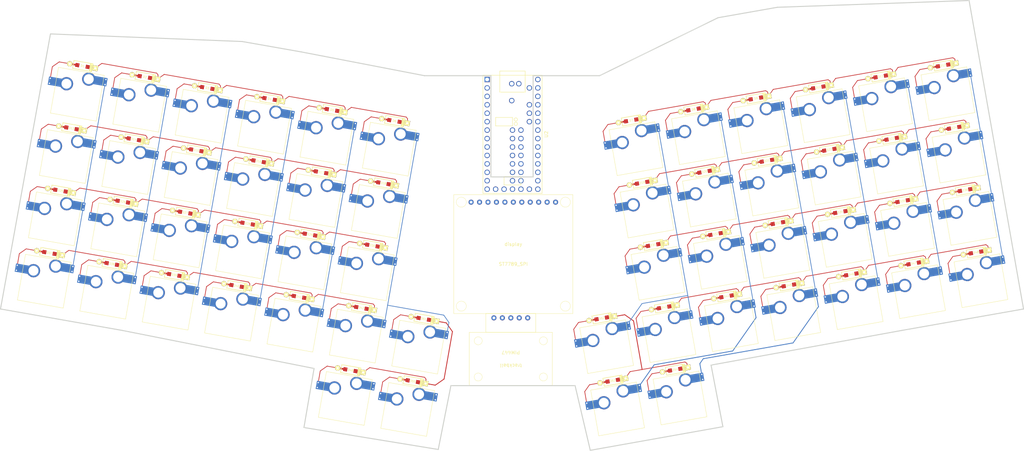
<source format=kicad_pcb>
(kicad_pcb (version 20211014) (generator pcbnew)
  (layers (0 "F.Cu" signal) (31 "B.Cu" signal) (34 "B.Paste" user) (35 "F.Paste" user) (36 "B.SilkS" user "B.Silkscreen") (37 "F.SilkS" user "F.Silkscreen") (38 "B.Mask" user) (39 "F.Mask" user) (44 "Edge.Cuts" user))
  (net 0 "")
  (net 1 "LCD CS")
  (net 2 "Net-(D41-Pad2)")
  (net 3 "SDA")
  (net 4 "SCL")
  (net 5 "VCC")
  (net 6 "LCD DC")
  (net 7 "LCD RST")
  (net 8 "Col1")
  (net 9 "Net-(D5-Pad2)")
  (net 10 "Col2")
  (net 11 "Row1")
  (net 12 "Row2")
  (net 13 "LCD LITE")
  (net 14 "GND")
  (net 15 "Net-(D1-Pad2)")
  (net 16 "Net-(D2-Pad2)")
  (net 17 "Net-(D3-Pad2)")
  (net 18 "Net-(D4-Pad2)")
  (net 19 "Row3")
  (net 20 "Net-(D6-Pad2)")
  (net 21 "Row4")
  (net 22 "Net-(D7-Pad2)")
  (net 23 "Net-(D8-Pad2)")
  (net 24 "Net-(D9-Pad2)")
  (net 25 "Net-(D10-Pad2)")
  (net 26 "Net-(D11-Pad2)")
  (net 27 "Net-(D12-Pad2)")
  (net 28 "Net-(D13-Pad2)")
  (net 29 "Net-(D14-Pad2)")
  (net 30 "Net-(D15-Pad2)")
  (net 31 "Net-(D16-Pad2)")
  (net 32 "Net-(D17-Pad2)")
  (net 33 "Net-(D18-Pad2)")
  (net 34 "Net-(D19-Pad2)")
  (net 35 "Net-(D20-Pad2)")
  (net 36 "Net-(D21-Pad2)")
  (net 37 "Net-(D22-Pad2)")
  (net 38 "Net-(D23-Pad2)")
  (net 39 "Net-(D24-Pad2)")
  (net 40 "Net-(D25-Pad2)")
  (net 41 "Net-(D26-Pad2)")
  (net 42 "Net-(D27-Pad2)")
  (net 43 "Net-(D28-Pad2)")
  (net 44 "Net-(D29-Pad2)")
  (net 45 "Net-(D30-Pad2)")
  (net 46 "Net-(D31-Pad2)")
  (net 47 "Net-(D32-Pad2)")
  (net 48 "Net-(D33-Pad2)")
  (net 49 "Net-(D34-Pad2)")
  (net 50 "Net-(D35-Pad2)")
  (net 51 "Net-(D36-Pad2)")
  (net 52 "Net-(D37-Pad2)")
  (net 53 "Net-(D38-Pad2)")
  (net 54 "Net-(D39-Pad2)")
  (net 55 "Net-(D40-Pad2)")
  (net 56 "Col3")
  (net 57 "Col4")
  (net 58 "Col5")
  (net 59 "Net-(D45-Pad2)")
  (net 60 "Col7")
  (net 61 "Col8")
  (net 62 "Col9")
  (net 63 "Col10")
  (net 64 "Net-(D42-Pad2)")
  (net 65 "Net-(D43-Pad2)")
  (net 66 "Net-(D44-Pad2)")
  (net 67 "Col11")
  (net 68 "Net-(D46-Pad2)")
  (net 69 "Net-(D47-Pad2)")
  (net 70 "Net-(D48-Pad2)")
  (net 71 "Col12")
  (footprint "my_lib:D_SOD123_axial" (layer "F.Cu") (at -325.903577 -31.234906 170)
    (fp_text reference "D1")
    (fp_text value "D" hide)
  )
  (footprint "my_lib:D_SOD123_axial" (layer "F.Cu") (at -272.929812 -2.550325 170)
    (fp_text reference "D16")
    (fp_text value "D" hide)
  )
  (footprint "my_lib:MX-1U-Hotswap-Antishear" (layer "F.Cu") (at -96.514924 21.238723 10)
    (fp_text reference "K34")
    (fp_text value "KEYSW")
  )
  (footprint "my_lib:MX-1U-Hotswap-Antishear" (layer "F.Cu") (at -315.258611 18.099067 -10)
    (fp_text reference "K26")
    (fp_text value "KEYSW")
  )
  (footprint "my_lib:MX-1U-Hotswap-Antishear" (layer "F.Cu") (at -318.566608 36.859654 -10)
    (fp_text reference "K38")
    (fp_text value "KEYSW")
  )
  (footprint "my_lib:D_SOD123_axial" (layer "F.Cu") (at -123.391133 -21.479254 -170)
    (fp_text reference "D9")
    (fp_text value "D" hide)
  )
  (footprint "my_lib:D_SOD123_axial" (layer "F.Cu") (at -279.545807 34.97085 170)
    (fp_text reference "D40")
    (fp_text value "D" hide)
  )
  (footprint "my_lib:MX-1U-Hotswap-Antishear" (layer "F.Cu") (at -103.13092 -16.282452 10)
    (fp_text reference "K10")
    (fp_text value "KEYSW")
  )
  (footprint "my_lib:D_SOD123_axial" (layer "F.Cu") (at -291.690399 -5.858323 170)
    (fp_text reference "D15")
    (fp_text value "D" hide)
  )
  (footprint "my_lib:MX-1U-Hotswap-Antishear" (layer "F.Cu") (at -293.190025 2.646477 -10)
    (fp_text reference "K15")
    (fp_text value "KEYSW")
  )
  (footprint "my_lib:D_SOD123_axial" (layer "F.Cu") (at -307.142989 -27.926909 170)
    (fp_text reference "D2")
    (fp_text value "D" hide)
  )
  (footprint "my_lib:MX-1U-Hotswap-Antishear" (layer "F.Cu") (at -77.754336 17.930726 10)
    (fp_text reference "K35")
    (fp_text value "KEYSW")
  )
  (footprint "my_lib:D_SOD123_axial" (layer "F.Cu") (at -138.843723 0.589331 -170)
    (fp_text reference "D20")
    (fp_text value "D" hide)
  )
  (footprint "my_lib:D_SOD123_axial" (layer "F.Cu") (at -135.535725 19.349919 -170)
    (fp_text reference "D32")
    (fp_text value "D" hide)
  )
  (footprint "my_lib:PIM447" (layer "F.Cu") (at -197.104 56.9395 180)
    (fp_text reference "U1" hide)
    (fp_text value "PIM447")
  )
  (footprint "my_lib:D_SOD123_axial" (layer "F.Cu") (at -250.861226 -18.002915 170)
    (fp_text reference "D5")
    (fp_text value "D" hide)
  )
  (footprint "my_lib:D_SOD123_axial" (layer "F.Cu") (at -317.066983 28.354855 170)
    (fp_text reference "D38")
    (fp_text value "D" hide)
  )
  (footprint "my_lib:MX-1U-Hotswap-Antishear" (layer "F.Cu") (at -111.967514 43.307309 10)
    (fp_text reference "K45")
    (fp_text value "KEYSW")
  )
  (footprint "my_lib:D_SOD123_axial" (layer "F.Cu") (at -329.211575 -12.474319 170)
    (fp_text reference "D13")
    (fp_text value "D" hide)
  )
  (footprint "my_lib:MX-1U-Hotswap-Antishear" (layer "F.Cu") (at -327.403203 -22.730107 -10)
    (fp_text reference "K1")
    (fp_text value "KEYSW")
  )
  (footprint "my_lib:MX-1U-Hotswap-Antishear" (layer "F.Cu") (at -168.249277 53.231302 10)
    (fp_text reference "K52")
    (fp_text value "KEYSW")
  )
  (footprint "my_lib:MX-1U-Hotswap-Antishear" (layer "F.Cu") (at -146.180692 68.683892 10)
    (fp_text reference "K54")
    (fp_text value "KEYSW")
  )
  (footprint "my_lib:D_SOD123_axial" (layer "F.Cu") (at -260.78522 38.278848 170)
    (fp_text reference "D41")
    (fp_text value "D" hide)
  )
  (footprint "my_lib:MX-1U-Hotswap-Antishear" (layer "F.Cu") (at -149.488689 49.923304 10)
    (fp_text reference "K43")
    (fp_text value "KEYSW")
  )
  (footprint "my_lib:MX-1U-Hotswap-Antishear" (layer "F.Cu") (at -152.796687 31.162717 10)
    (fp_text reference "K31")
    (fp_text value "KEYSW")
  )
  (footprint "my_lib:D_SOD123_axial" (layer "F.Cu") (at -276.23781 16.210262 170)
    (fp_text reference "D28")
    (fp_text value "D" hide)
  )
  (footprint "my_lib:MX-1U-Hotswap-Antishear" (layer "F.Cu") (at -337.327196 33.551656 -10)
    (fp_text reference "K37")
    (fp_text value "KEYSW")
  )
  (footprint "my_lib:MX-1U-Hotswap-Antishear" (layer "F.Cu") (at -93.206926 39.999311 10)
    (fp_text reference "K46")
    (fp_text value "KEYSW")
  )
  (footprint "my_lib:MX-1U-Hotswap-Antishear" (layer "F.Cu") (at -281.045433 43.47565 -10)
    (fp_text reference "K40")
    (fp_text value "KEYSW")
  )
  (footprint "my_lib:D_SOD123_axial" (layer "F.Cu") (at -335.82757 25.046857 170)
    (fp_text reference "D37")
    (fp_text value "D" hide)
  )
  (footprint "my_lib:MX-1U-Hotswap-Antishear" (layer "F.Cu") (at -137.344097 9.094131 10)
    (fp_text reference "K20")
    (fp_text value "KEYSW")
  )
  (footprint "my_lib:D_SOD123_axial" (layer "F.Cu") (at -60.493374 6.117928 -170)
    (fp_text reference "D36")
    (fp_text value "D" hide)
  )
  (footprint "my_lib:D_SOD123_axial" (layer "F.Cu") (at -94.706552 31.494511 -170)
    (fp_text reference "D46")
    (fp_text value "D" hide)
  )
  (footprint "my_lib:D_SOD123_axial" (layer "F.Cu") (at -113.46714 34.802509 -170)
    (fp_text reference "D45")
    (fp_text value "D" hide)
  )
  (footprint "my_lib:MX-1U-Hotswap-Antishear" (layer "F.Cu") (at -134.036099 27.854719 10)
    (fp_text reference "K32")
    (fp_text value "KEYSW")
  )
  (footprint "my_lib:D_SOD123_axial" (layer "F.Cu") (at -120.083135 -2.718666 -170)
    (fp_text reference "D21")
    (fp_text value "D" hide)
  )
  (footprint "my_lib:D_SOD123_axial" (layer "F.Cu") (at -254.169224 0.757672 170)
    (fp_text reference "D17")
    (fp_text value "D" hide)
  )
  (footprint "my_lib:MX-1U-Hotswap-Antishear" (layer "F.Cu") (at -118.58351 5.786133 10)
    (fp_text reference "K21")
    (fp_text value "KEYSW")
  )
  (footprint "my_lib:D_SOD123_axial" (layer "F.Cu") (at -82.56196 -9.334662 -170)
    (fp_text reference "D23")
    (fp_text value "D" hide)
  )
  (footprint "my_lib:D_SOD123_axial" (layer "F.Cu") (at -169.748903 44.726502 -170)
    (fp_text reference "D52")
    (fp_text value "D" hide)
  )
  (footprint "my_lib:MX-1U-Hotswap-Antishear" (layer "F.Cu") (at -262.284845 46.783648 -10)
    (fp_text reference "K41")
    (fp_text value "KEYSW")
  )
  (footprint "my_lib:D_SOD123_axial" (layer "F.Cu") (at -238.716634 22.826258 170)
    (fp_text reference "D30")
    (fp_text value "D" hide)
  )
  (footprint "my_lib:D_SOD123_axial" (layer "F.Cu") (at -269.621814 -21.310913 170)
    (fp_text reference "D4")
    (fp_text value "D" hide)
  )
  (footprint "my_lib:D_SOD123_axial" (layer "F.Cu") (at -101.322548 -6.026664 -170)
    (fp_text reference "D22")
    (fp_text value "D" hide)
  )
  (footprint "my_lib:MX-1U-Hotswap-Antishear" (layer "F.Cu") (at -236.908262 12.57047 -10)
    (fp_text reference "K18")
    (fp_text value "KEYSW")
  )
  (footprint "my_lib:D_SOD123_axial" (layer "F.Cu") (at -157.604311 3.897329 -170)
    (fp_text reference "D19")
    (fp_text value "D" hide)
  )
  (footprint "my_lib:D_SOD123_axial" (layer "F.Cu") (at -63.801372 -12.64266 -170)
    (fp_text reference "D24")
    (fp_text value "D" hide)
  )
  (footprint "my_lib:D_SOD123_axial" (layer "F.Cu") (at -242.024632 41.586846 170)
    (fp_text reference "D42")
    (fp_text value "D" hide)
  )
  (footprint "my_lib:D_SOD123_axial" (layer "F.Cu") (at -288.382402 -24.618911 170)
    (fp_text reference "D3")
    (fp_text value "D" hide)
  )
  (footprint "my_lib:D_SOD123_axial" (layer "F.Cu") (at -160.912308 -14.863258 -170)
    (fp_text reference "D7")
    (fp_text value "D" hide)
  )
  (footprint "my_lib:D_SOD123_axial" (layer "F.Cu") (at -226.572042 63.655431 170)
    (fp_text reference "D50")
    (fp_text value "D" hide)
  )
  (footprint "my_lib:D_SOD123_axial" (layer "F.Cu") (at -235.408636 4.06567 170)
    (fp_text reference "D18")
    (fp_text value "D" hide)
  )
  (footprint "my_lib:MX-1U-Hotswap-Antishear" (layer "F.Cu") (at -228.071668 72.160231 -10)
    (fp_text reference "K50")
    (fp_text value "KEYSW")
  )
  (footprint "my_lib:D_SOD123_axial" (layer "F.Cu") (at -147.680317 60.179092 -170)
    (fp_text reference "D54")
    (fp_text value "D" hide)
  )
  (footprint "my_lib:MX-1U-Hotswap-Antishear" (layer "F.Cu") (at -274.429437 5.954474 -10)
    (fp_text reference "K16")
    (fp_text value "KEYSW")
  )
  (footprint "my_lib:MX-1U-Hotswap-Antishear" (layer "F.Cu") (at -159.412683 -6.358459 10)
    (fp_text reference "K7")
    (fp_text value "KEYSW")
  )
  (footprint "my_lib:MX-1U-Hotswap-Antishear" (layer "F.Cu") (at -65.609744 -22.898448 10)
    (fp_text reference "K12")
    (fp_text value "KEYSW")
  )
  (footprint "my_lib:MX-1U-Hotswap-Antishear" (layer "F.Cu") (at -74.446339 36.691313 10)
    (fp_text reference "K47")
    (fp_text value "KEYSW")
  )
  (footprint "my_lib:MX-1U-Hotswap-Antishear" (layer "F.Cu") (at -130.728102 46.615307 10)
    (fp_text reference "K44")
    (fp_text value "KEYSW")
  )
  (footprint "my_lib:MX-1U-Hotswap-Antishear" (layer "F.Cu") (at -246.832255 68.852233 -10)
    (fp_text reference "K49")
    (fp_text value "KEYSW")
  )
  (footprint "my_lib:MX-1U-Hotswap-Antishear" (layer "F.Cu") (at -255.66885 9.262472 -10)
    (fp_text reference "K17")
    (fp_text value "KEYSW")
  )
  (footprint "my_lib:MX-1U-Hotswap-Antishear" (layer "F.Cu") (at -224.76367 53.399643 -10)
    (fp_text reference "K51")
    (fp_text value "KEYSW")
  )
  (footprint "my_lib:MX-1U-Hotswap-Antishear" (layer "F.Cu") (at -62.301746 -4.13786 10)
    (fp_text reference "K24")
    (fp_text value "KEYSW")
  )
  (footprint "my_lib:D_SOD123_axial" (layer "F.Cu") (at -257.477222 19.51826 170)
    (fp_text reference "D29")
    (fp_text value "D" hide)
  )
  (footprint "my_lib:MX-1U-Hotswap-Antishear" (layer "F.Cu") (at -277.737435 24.715062 -10)
    (fp_text reference "K28")
    (fp_text value "KEYSW")
  )
  (footprint "my_lib:D_SOD123_axial" (layer "F.Cu") (at -57.185377 24.878516 -170)
    (fp_text reference "D48")
    (fp_text value "D" hide)
  )
  (footprint "my_lib:MX-1U-Hotswap-Antishear" (layer "F.Cu") (at -58.993749 14.622728 10)
    (fp_text reference "K36")
    (fp_text value "KEYSW")
  )
  (footprint "my_lib:MX-1U-Hotswap-Antishear" (layer "F.Cu") (at -81.062334 -0.829862 10)
    (fp_text reference "K23")
    (fp_text value "KEYSW")
  )
  (footprint "my_lib:D_SOD123_axial" (layer "F.Cu") (at -332.519573 6.286269 170)
    (fp_text reference "D25")
    (fp_text value "D" hide)
  )
  (footprint "my_lib:MX-1U-Hotswap-Antishear" (layer "F.Cu") (at -299.806021 40.167652 -10)
    (fp_text reference "K39")
    (fp_text value "KEYSW")
  )
  (footprint "teensy:Teensy30_31_32_All_Pins" (layer "F.Cu") (at -196.596 -10.668 -90)
    (fp_text reference "U2")
    (fp_text value "Teensy3.2")
  )
  (footprint "my_lib:MX-1U-Hotswap-Antishear" (layer "F.Cu") (at -164.941279 71.99189 10)
    (fp_text reference "K53")
    (fp_text value "KEYSW")
  )
  (footprint "my_lib:ST7789_1.3_240x240" (layer "F.Cu") (at -196.342 25.4)
    (fp_text reference "U3" hide)
    (fp_text value "ST7789_SPI")
  )
  (footprint "my_lib:D_SOD123_axial" (layer "F.Cu") (at -313.758985 9.594267 170)
    (fp_text reference "D26")
    (fp_text value "D" hide)
  )
  (footprint "my_lib:MX-1U-Hotswap-Antishear" (layer "F.Cu") (at -243.524258 50.091645 -10)
    (fp_text reference "K42")
    (fp_text value "KEYSW")
  )
  (footprint "my_lib:MX-1U-Hotswap-Antishear" (layer "F.Cu") (at -334.019198 14.791069 -10)
    (fp_text reference "K25")
    (fp_text value "KEYSW")
  )
  (footprint "my_lib:MX-1U-Hotswap-Antishear" (layer "F.Cu") (at -252.360852 -9.498115 -10)
    (fp_text reference "K5")
    (fp_text value "KEYSW")
  )
  (footprint "my_lib:D_SOD123_axial" (layer "F.Cu") (at -142.151721 -18.171256 -170)
    (fp_text reference "D8")
    (fp_text value "D" hide)
  )
  (footprint "my_lib:D_SOD123_axial" (layer "F.Cu") (at -85.869958 -28.09525 -170)
    (fp_text reference "D11")
    (fp_text value "D" hide)
  )
  (footprint "my_lib:D_SOD123_axial" (layer "F.Cu") (at -294.998397 12.902265 170)
    (fp_text reference "D27")
    (fp_text value "D" hide)
  )
  (footprint "my_lib:MX-1U-Hotswap-Antishear" (layer "F.Cu") (at -121.891507 -12.974454 10)
    (fp_text reference "K9")
    (fp_text value "KEYSW")
  )
  (footprint "my_lib:MX-1U-Hotswap-Antishear" (layer "F.Cu") (at -308.642615 -19.422109 -10)
    (fp_text reference "K2")
    (fp_text value "KEYSW")
  )
  (footprint "my_lib:MX-1U-Hotswap-Antishear" (layer "F.Cu") (at -115.275512 24.546721 10)
    (fp_text reference "K33")
    (fp_text value "KEYSW")
  )
  (footprint "my_lib:MX-1U-Hotswap-Antishear" (layer "F.Cu") (at -289.882027 -16.114111 -10)
    (fp_text reference "K3")
    (fp_text value "KEYSW")
  )
  (footprint "my_lib:D_SOD123_axial" (layer "F.Cu") (at -166.440905 63.48709 -170)
    (fp_text reference "D53")
    (fp_text value "D" hide)
  )
  (footprint "my_lib:MX-1U-Hotswap-Antishear" (layer "F.Cu") (at -233.600264 -6.190118 -10)
    (fp_text reference "K6")
    (fp_text value "KEYSW")
  )
  (footprint "my_lib:D_SOD123_axial" (layer "F.Cu") (at -150.988315 41.418505 -170)
    (fp_text reference "D43")
    (fp_text value "D" hide)
  )
  (footprint "my_lib:MX-1U-Hotswap-Antishear" (layer "F.Cu") (at -258.976848 28.02306 -10)
    (fp_text reference "K29")
    (fp_text value "KEYSW")
  )
  (footprint "my_lib:MX-1U-Hotswap-Antishear" (layer "F.Cu") (at -311.950613 -0.661521 -10)
    (fp_text reference "K14")
    (fp_text value "KEYSW")
  )
  (footprint "my_lib:D_SOD123_axial" (layer "F.Cu") (at -310.450987 -9.166321 170)
    (fp_text reference "D14")
    (fp_text value "D" hide)
  )
  (footprint "my_lib:MX-1U-Hotswap-Antishear" (layer "F.Cu") (at -140.652095 -9.666456 10)
    (fp_text reference "K8")
    (fp_text value "KEYSW")
  )
  (footprint "my_lib:D_SOD123_axial" (layer "F.Cu") (at -79.253962 9.425926 -170)
    (fp_text reference "D35")
    (fp_text value "D" hide)
  )
  (footprint "my_lib:MX-1U-Hotswap-Antishear" (layer "F.Cu") (at -271.12144 -12.806113 -10)
    (fp_text reference "K4")
    (fp_text value "KEYSW")
  )
  (footprint "my_lib:D_SOD123_axial" (layer "F.Cu") (at -232.100639 -14.694917 170)
    (fp_text reference "D6")
    (fp_text value "D" hide)
  )
  (footprint "my_lib:D_SOD123_axial" (layer "F.Cu") (at -245.33263 60.347433 170)
    (fp_text reference "D49")
    (fp_text value "D" hide)
  )
  (footprint "my_lib:D_SOD123_axial" (layer "F.Cu") (at -75.945964 28.186514 -170)
    (fp_text reference "D47")
    (fp_text value "D" hide)
  )
  (footprint "my_lib:MX-1U-Hotswap-Antishear" (layer "F.Cu") (at -240.21626 31.331058 -10)
    (fp_text reference "K30")
    (fp_text value "KEYSW")
  )
  (footprint "my_lib:MX-1U-Hotswap-Antishear" (layer "F.Cu") (at -99.822922 2.478136 10)
    (fp_text reference "K22")
    (fp_text value "KEYSW")
  )
  (footprint "my_lib:D_SOD123_axial" (layer "F.Cu") (at -104.630545 -24.787252 -170)
    (fp_text reference "D10")
    (fp_text value "D" hide)
  )
  (footprint "my_lib:D_SOD123_axial" (layer "F.Cu") (at -298.306395 31.662852 170)
    (fp_text reference "D39")
    (fp_text value "D" hide)
  )
  (footprint "my_lib:MX-1U-Hotswap-Antishear" (layer "F.Cu") (at -296.498023 21.407064 -10)
    (fp_text reference "K27")
    (fp_text value "KEYSW")
  )
  (footprint "my_lib:D_SOD123_axial" (layer "F.Cu") (at -67.10937 -31.403247 -170)
    (fp_text reference "D12")
    (fp_text value "D" hide)
  )
  (footprint "my_lib:D_SOD123_axial" (layer "F.Cu") (at -154.296313 22.657917 -170)
    (fp_text reference "D31")
    (fp_text value "D" hide)
  )
  (footprint "my_lib:D_SOD123_axial" (layer "F.Cu") (at -116.775137 16.041921 -170)
    (fp_text reference "D33")
    (fp_text value "D" hide)
  )
  (footprint "my_lib:D_SOD123_axial" (layer "F.Cu") (at -132.227727 38.110507 -170)
    (fp_text reference "D44")
    (fp_text value "D" hide)
  )
  (footprint "my_lib:MX-1U-Hotswap-Antishear" (layer "F.Cu") (at -55.685751 33.383315 10)
    (fp_text reference "K48")
    (fp_text value "KEYSW")
  )
  (footprint "my_lib:MX-1U-Hotswap-Antishear" (layer "F.Cu") (at -156.104685 12.402129 10)
    (fp_text reference "K19")
    (fp_text value "KEYSW")
  )
  (footprint "my_lib:MX-1U-Hotswap-Antishear" (layer "F.Cu") (at -84.370332 -19.59045 10)
    (fp_text reference "K11")
    (fp_text value "KEYSW")
  )
  (footprint "my_lib:D_SOD123_axial" (layer "F.Cu") (at -223.264044 44.894843 170)
    (fp_text reference "D51")
    (fp_text value "D" hide)
  )
  (footprint "my_lib:MX-1U-Hotswap-Antishear" (layer "F.Cu") (at -330.711201 -3.969519 -10)
    (fp_text reference "K13")
    (fp_text value "KEYSW")
  )
  (footprint "my_lib:D_SOD123_axial" (layer "F.Cu") (at -98.01455 12.733924 -170)
    (fp_text reference "D34")
    (fp_text value "D" hide)
  )
  (gr_line (start -218.92575 84.202) (end -259.31175 77.598) (layer "Edge.Cuts") (width 0.3))
  (gr_line (start -116.971 -48.912) (end -59.301 -50.957) (layer "Edge.Cuts") (width 0.3))
  (gr_line (start -133.32775 77.344) (end -136.88375 58.802) (layer "Edge.Cuts") (width 0.3))
  (gr_line (start -203.0915 -28.32) (end -203.0915 2.16) (layer "Edge.Cuts") (width 0.3))
  (gr_line (start -190.3915 -28.32) (end -170.408 -28.32) (layer "Edge.Cuts") (width 0.3))
  (gr_line (start -134.797 -45.769) (end -116.971 -48.912) (layer "Edge.Cuts") (width 0.3))
  (gr_line (start -256.26375 59.818) (end -259.31175 77.598) (layer "Edge.Cuts") (width 0.3))
  (gr_line (start -173.20575 84.456) (end -177.77775 64.988) (layer "Edge.Cuts") (width 0.3))
  (gr_line (start -215.11575 64.988) (end -218.92575 84.202) (layer "Edge.Cuts") (width 0.3))
  (gr_line (start -173.20575 84.456) (end -133.32775 77.344) (layer "Edge.Cuts") (width 0.3))
  (gr_line (start -335.534 -40.894) (end -277.876 -38.608) (layer "Edge.Cuts") (width 0.3))
  (gr_line (start -256.26375 59.818) (end -313.972 48.361) (layer "Edge.Cuts") (width 0.3))
  (gr_line (start -59.301 -50.957) (end -42.926 41.91) (layer "Edge.Cuts") (width 0.3))
  (gr_line (start -79.512 48.361) (end -136.88375 58.802) (layer "Edge.Cuts") (width 0.3))
  (gr_line (start -350.558 41.91) (end -335.534 -40.894) (layer "Edge.Cuts") (width 0.3))
  (gr_line (start -223.076 -28.32) (end -203.0915 -28.32) (layer "Edge.Cuts") (width 0.3))
  (gr_line (start -260.051 -35.465) (end -223.076 -28.32) (layer "Edge.Cuts") (width 0.3))
  (gr_line (start -42.926 41.91) (end -79.512 48.361) (layer "Edge.Cuts") (width 0.3))
  (gr_line (start -277.876 -38.608) (end -260.051 -35.465) (layer "Edge.Cuts") (width 0.3))
  (gr_line (start -177.77775 64.988) (end -215.11575 64.988) (layer "Edge.Cuts") (width 0.3))
  (gr_line (start -313.972 48.361) (end -350.558 41.91) (layer "Edge.Cuts") (width 0.3))
  (gr_line (start -203.0915 2.16) (end -190.3915 2.16) (layer "Edge.Cuts") (width 0.3))
  (gr_line (start -190.3915 2.16) (end -190.3915 -28.32) (layer "Edge.Cuts") (width 0.3))
  (gr_line (start -170.408 -28.32) (end -134.797 -45.769) (layer "Edge.Cuts") (width 0.3))
  (segment (start -232.945225 48.604076) (end -232.327732 45.102099) (width 0.2) (layer "F.Cu") (net 0))
  (segment (start -174.887099 66.781811) (end -173.444858 64.722076) (width 0.2) (layer "F.Cu") (net 0))
  (segment (start -216.510233 46.085723) (end -214.655922 48.733953) (width 0.25) (layer "F.Cu") (net 0))
  (segment (start -217.17 62.992) (end -219.81823 64.84631) (width 0.25) (layer "F.Cu") (net 0))
  (segment (start -176.752855 45.961488) (end -173.626091 45.410155) (width 0.2) (layer "F.Cu") (net 0))
  (segment (start -144.148733 58.266787) (end -143.906146 59.642563) (width 0.2) (layer "F.Cu") (net 0))
  (segment (start -160.199737 45.492951) (end -157.619499 60.12621) (width 0.25) (layer "F.Cu") (net 0))
  (segment (start -177.577604 51.523199) (end -178.195097 48.021223) (width 0.2) (layer "F.Cu") (net 0))
  (segment (start -162.688787 62.825491) (end -161.246546 60.765756) (width 0.2) (layer "F.Cu") (net 0))
  (segment (start -236.253222 67.364663) (end -235.635729 63.862687) (width 0.2) (layer "F.Cu") (net 0))
  (segment (start -239.520778 59.566791) (end -223.01146 62.477829) (width 0.2) (layer "F.Cu") (net 0))
  (segment (start -157.619499 60.12621) (end -144.737229 57.854718) (width 0.2) (layer "F.Cu") (net 0))
  (segment (start -219.423294 45.572071) (end -216.510233 46.085723) (width 0.25) (layer "F.Cu") (net 0))
  (segment (start -165.761029 44.152292) (end -162.847967 43.638641) (width 0.25) (layer "F.Cu") (net 0))
  (segment (start -155.509019 66.975789) (end -156.126512 63.473813) (width 0.2) (layer "F.Cu") (net 0))
  (segment (start -156.126512 63.473813) (end -154.68427 61.414078) (width 0.2) (layer "F.Cu") (net 0))
  (segment (start -178.195097 48.021223) (end -176.752855 45.961488) (width 0.2) (layer "F.Cu") (net 0))
  (segment (start -233.575995 62.420445) (end -230.44923 62.971778) (width 0.2) (layer "F.Cu") (net 0))
  (segment (start -219.81823 64.84631) (end -222.731292 64.332659) (width 0.25) (layer "F.Cu") (net 0))
  (segment (start -255.01381 64.056666) (end -254.396317 60.554689) (width 0.2) (layer "F.Cu") (net 0))
  (segment (start -254.396317 60.554689) (end -252.336582 59.112448) (width 0.2) (layer "F.Cu") (net 0))
  (segment (start -154.68427 61.414078) (end -151.557505 60.862745) (width 0.2) (layer "F.Cu") (net 0))
  (segment (start -222.599391 63.066325) (end -222.841978 64.442101) (width 0.2) (layer "F.Cu") (net 0))
  (segment (start -161.246546 60.765756) (end -157.619499 60.12621) (width 0.2) (layer "F.Cu") (net 0))
  (segment (start -252.336582 59.112448) (end -249.209818 59.66378) (width 0.2) (layer "F.Cu") (net 0))
  (segment (start -241.580512 61.009033) (end -239.520778 59.566791) (width 0.2) (layer "F.Cu") (net 0))
  (segment (start -230.267997 43.659858) (end -227.141232 44.211191) (width 0.2) (layer "F.Cu") (net 0))
  (segment (start -235.635729 63.862687) (end -233.575995 62.420445) (width 0.2) (layer "F.Cu") (net 0))
  (segment (start -144.737229 57.854718) (end -144.148733 58.266787) (width 0.2) (layer "F.Cu") (net 0))
  (segment (start -232.327732 45.102099) (end -230.267997 43.659858) (width 0.2) (layer "F.Cu") (net 0))
  (segment (start -174.269607 70.283787) (end -174.887099 66.781811) (width 0.2) (layer "F.Cu") (net 0))
  (segment (start -162.847967 43.638641) (end -160.199737 45.492951) (width 0.25) (layer "F.Cu") (net 0))
  (segment (start -214.655922 48.733953) (end -217.17 62.992) (width 0.25) (layer "F.Cu") (net 0))
  (segment (start -223.01146 62.477829) (end -222.599391 63.066325) (width 0.2) (layer "F.Cu") (net 0))
  (segment (start -173.444858 64.722076) (end -170.318093 64.170743) (width 0.2) (layer "F.Cu") (net 0))
  (segment (start -225.346216 -9.119318) (end -228.389574 8.140422) (width 0.2) (layer "B.Cu") (net 0))
  (segment (start -215.715703 45.967901) (end -216.244982 48.969595) (width 0.2) (layer "B.Cu") (net 0))
  (segment (start -234.14549 40.783845) (end -235.00557 45.661598) (width 0.2) (layer "B.Cu") (net 0))
  (segment (start -234.14549 40.783845) (end -217.260962 43.761043) (width 0.2) (layer "B.Cu") (net 0))
  (segment (start -217.260962 43.761043) (end -215.715703 45.967901) (width 0.2) (layer "B.Cu") (net 0))
  (segment (start -228.654214 9.641269) (end -231.697572 26.90101) (width 0.2) (layer "B.Cu") (net 0))
  (segment (start -231.962212 28.401857) (end -234.14549 40.783845) (width 0.2) (layer "B.Cu") (net 0))
  (segment (start -267.789172 37.043862) (end -264.662408 37.595195) (width 0.2) (layer "F.Cu") (net 2))
  (segment (start -270.4664 41.98808) (end -269.848907 38.486104) (width 0.2) (layer "F.Cu") (net 2))
  (segment (start -269.848907 38.486104) (end -267.789172 37.043862) (width 0.2) (layer "F.Cu") (net 2))
  (segment (start -325.76515 11.861868) (end -328.808508 29.121609) (width 0.2) (layer "B.Cu") (net 8))
  (segment (start -319.149155 -25.659307) (end -322.192513 -8.399567) (width 0.2) (layer "B.Cu") (net 8))
  (segment (start -322.457153 -6.89872) (end -325.500511 10.361021) (width 0.2) (layer "B.Cu") (net 8))
  (segment (start -259.924914 -17.795659) (end -257.865179 -19.237901) (width 0.2) (layer "F.Cu") (net 9))
  (segment (start -260.542407 -14.293683) (end -259.924914 -17.795659) (width 0.2) (layer "F.Cu") (net 9))
  (segment (start -257.865179 -19.237901) (end -254.738414 -18.686568) (width 0.2) (layer "F.Cu") (net 9))
  (segment (start -300.388567 -22.35131) (end -303.431925 -5.091569) (width 0.2) (layer "B.Cu") (net 10))
  (segment (start -307.004563 15.169866) (end -310.047921 32.429606) (width 0.2) (layer "B.Cu") (net 10))
  (segment (start -303.696565 -3.590722) (end -306.739923 13.669019) (width 0.2) (layer "B.Cu") (net 10))
  (segment (start -320.091725 -32.015549) (end -303.582408 -29.10451) (width 0.2) (layer "F.Cu") (net 11))
  (segment (start -82.926869 -30.419624) (end -82.338373 -30.007555) (width 0.2) (layer "F.Cu") (net 11))
  (segment (start -303.582408 -29.10451) (end -303.170339 -28.516015) (width 0.2) (layer "F.Cu") (net 11))
  (segment (start -284.82182 -25.796513) (end -284.409751 -25.208017) (width 0.2) (layer "F.Cu") (net 11))
  (segment (start -136.957361 -20.89259) (end -120.448044 -23.803628) (width 0.2) (layer "F.Cu") (net 11))
  (segment (start -284.630284 -23.957311) (end -282.570549 -25.399553) (width 0.2) (layer "F.Cu") (net 11))
  (segment (start -303.170339 -28.516015) (end -303.412925 -27.140238) (width 0.2) (layer "F.Cu") (net 11))
  (segment (start -64.166281 -33.727622) (end -63.577786 -33.315553) (width 0.2) (layer "F.Cu") (net 11))
  (segment (start -119.859549 -23.391559) (end -119.616962 -22.015783) (width 0.2) (layer "F.Cu") (net 11))
  (segment (start -101.687457 -27.111626) (end -101.098961 -26.699557) (width 0.2) (layer "F.Cu") (net 11))
  (segment (start -138.620136 -20.083562) (end -138.37755 -18.707785) (width 0.2) (layer "F.Cu") (net 11))
  (segment (start -155.717949 -17.584593) (end -139.208632 -20.495631) (width 0.2) (layer "F.Cu") (net 11))
  (segment (start -322.15146 -30.573307) (end -320.091725 -32.015549) (width 0.2) (layer "F.Cu") (net 11))
  (segment (start -157.160191 -15.524858) (end -155.717949 -17.584593) (width 0.2) (layer "F.Cu") (net 11))
  (segment (start -99.436186 -27.508586) (end -82.926869 -30.419624) (width 0.2) (layer "F.Cu") (net 11))
  (segment (start -228.540057 -15.872519) (end -228.127988 -15.284024) (width 0.2) (layer "F.Cu") (net 11))
  (segment (start -263.809962 -22.091555) (end -247.300645 -19.180517) (width 0.2) (layer "F.Cu") (net 11))
  (segment (start -246.888576 -18.592022) (end -247.131162 -17.216245) (width 0.2) (layer "F.Cu") (net 11))
  (segment (start -120.448044 -23.803628) (end -119.859549 -23.391559) (width 0.2) (layer "F.Cu") (net 11))
  (segment (start -282.570549 -25.399553) (end -266.061232 -22.488515) (width 0.2) (layer "F.Cu") (net 11))
  (segment (start -119.639015 -22.140854) (end -118.196774 -24.200588) (width 0.2) (layer "F.Cu") (net 11))
  (segment (start -100.878428 -25.448851) (end -99.436186 -27.508586) (width 0.2) (layer "F.Cu") (net 11))
  (segment (start -266.061232 -22.488515) (end -265.649163 -21.900019) (width 0.2) (layer "F.Cu") (net 11))
  (segment (start -245.049374 -18.783557) (end -228.540057 -15.872519) (width 0.2) (layer "F.Cu") (net 11))
  (segment (start -139.208632 -20.495631) (end -138.620136 -20.083562) (width 0.2) (layer "F.Cu") (net 11))
  (segment (start -301.331137 -28.707551) (end -284.82182 -25.796513) (width 0.2) (layer "F.Cu") (net 11))
  (segment (start -284.409751 -25.208017) (end -284.652337 -23.832241) (width 0.2) (layer "F.Cu") (net 11))
  (segment (start -101.098961 -26.699557) (end -100.856374 -25.323781) (width 0.2) (layer "F.Cu") (net 11))
  (segment (start -82.338373 -30.007555) (end -82.095787 -28.631779) (width 0.2) (layer "F.Cu") (net 11))
  (segment (start -265.649163 -21.900019) (end -265.89175 -20.524243) (width 0.2) (layer "F.Cu") (net 11))
  (segment (start -80.675598 -30.816584) (end -64.166281 -33.727622) (width 0.2) (layer "F.Cu") (net 11))
  (segment (start -265.869696 -20.649313) (end -263.809962 -22.091555) (width 0.2) (layer "F.Cu") (net 11))
  (segment (start -118.196774 -24.200588) (end -101.687457 -27.111626) (width 0.2) (layer "F.Cu") (net 11))
  (segment (start -82.11784 -28.756849) (end -80.675598 -30.816584) (width 0.2) (layer "F.Cu") (net 11))
  (segment (start -303.390872 -27.265309) (end -301.331137 -28.707551) (width 0.2) (layer "F.Cu") (net 11))
  (segment (start -247.109109 -17.341316) (end -245.049374 -18.783557) (width 0.2) (layer "F.Cu") (net 11))
  (segment (start -247.300645 -19.180517) (end -246.888576 -18.592022) (width 0.2) (layer "F.Cu") (net 11))
  (segment (start -63.577786 -33.315553) (end -63.335199 -31.939776) (width 0.2) (layer "F.Cu") (net 11))
  (segment (start -228.127988 -15.284024) (end -228.370574 -13.908247) (width 0.2) (layer "F.Cu") (net 11))
  (segment (start -138.399603 -18.832856) (end -136.957361 -20.89259) (width 0.2) (layer "F.Cu") (net 11))
  (segment (start -231.435986 3.476564) (end -231.678572 4.85234) (width 0.2) (layer "F.Cu") (net 12))
  (segment (start -250.196573 0.168566) (end -250.43916 1.544343) (width 0.2) (layer "F.Cu") (net 12))
  (segment (start -323.399723 -13.254961) (end -306.890405 -10.343923) (width 0.2) (layer "F.Cu") (net 12))
  (segment (start -306.890405 -10.343923) (end -306.478336 -9.755427) (width 0.2) (layer "F.Cu") (net 12))
  (segment (start -97.790963 -7.938969) (end -97.548377 -6.563193) (width 0.2) (layer "F.Cu") (net 12))
  (segment (start -153.852193 3.23573) (end -152.409951 1.175995) (width 0.2) (layer "F.Cu") (net 12))
  (segment (start -60.858283 -14.967034) (end -60.269788 -14.554965) (width 0.2) (layer "F.Cu") (net 12))
  (segment (start -135.091605 -0.072268) (end -133.649364 -2.132003) (width 0.2) (layer "F.Cu") (net 12))
  (segment (start -79.030375 -11.246967) (end -78.787789 -9.871191) (width 0.2) (layer "F.Cu") (net 12))
  (segment (start -114.888776 -5.440001) (end -98.379459 -8.351039) (width 0.2) (layer "F.Cu") (net 12))
  (segment (start -116.331018 -3.380266) (end -114.888776 -5.440001) (width 0.2) (layer "F.Cu") (net 12))
  (segment (start -269.177694 -1.888726) (end -267.11796 -3.330967) (width 0.2) (layer "F.Cu") (net 12))
  (segment (start -248.357372 -0.02297) (end -231.848055 2.888068) (width 0.2) (layer "F.Cu") (net 12))
  (segment (start -250.417107 1.419272) (end -248.357372 -0.02297) (width 0.2) (layer "F.Cu") (net 12))
  (segment (start -231.848055 2.888068) (end -231.435986 3.476564) (width 0.2) (layer "F.Cu") (net 12))
  (segment (start -306.69887 -8.504721) (end -304.639135 -9.946963) (width 0.2) (layer "F.Cu") (net 12))
  (segment (start -133.649364 -2.132003) (end -117.140046 -5.043041) (width 0.2) (layer "F.Cu") (net 12))
  (segment (start -116.551551 -4.630972) (end -116.308964 -3.255195) (width 0.2) (layer "F.Cu") (net 12))
  (segment (start -135.900634 -1.735043) (end -135.312139 -1.322974) (width 0.2) (layer "F.Cu") (net 12))
  (segment (start -268.957161 -3.139432) (end -269.199748 -1.763655) (width 0.2) (layer "F.Cu") (net 12))
  (segment (start -98.379459 -8.351039) (end -97.790963 -7.938969) (width 0.2) (layer "F.Cu") (net 12))
  (segment (start -152.409951 1.175995) (end -135.900634 -1.735043) (width 0.2) (layer "F.Cu") (net 12))
  (segment (start -117.140046 -5.043041) (end -116.551551 -4.630972) (width 0.2) (layer "F.Cu") (net 12))
  (segment (start -78.809842 -9.996261) (end -77.367601 -12.055996) (width 0.2) (layer "F.Cu") (net 12))
  (segment (start -285.878547 -6.638965) (end -269.36923 -3.727927) (width 0.2) (layer "F.Cu") (net 12))
  (segment (start -288.129818 -7.035925) (end -287.717749 -6.447429) (width 0.2) (layer "F.Cu") (net 12))
  (segment (start -77.367601 -12.055996) (end -60.858283 -14.967034) (width 0.2) (layer "F.Cu") (net 12))
  (segment (start -306.478336 -9.755427) (end -306.720923 -8.379651) (width 0.2) (layer "F.Cu") (net 12))
  (segment (start -269.36923 -3.727927) (end -268.957161 -3.139432) (width 0.2) (layer "F.Cu") (net 12))
  (segment (start -304.639135 -9.946963) (end -288.129818 -7.035925) (width 0.2) (layer "F.Cu") (net 12))
  (segment (start -325.459457 -11.812719) (end -323.399723 -13.254961) (width 0.2) (layer "F.Cu") (net 12))
  (segment (start -287.717749 -6.447429) (end -287.960335 -5.071653) (width 0.2) (layer "F.Cu") (net 12))
  (segment (start -135.312139 -1.322974) (end -135.069552 0.052803) (width 0.2) (layer "F.Cu") (net 12))
  (segment (start -267.11796 -3.330967) (end -250.608642 -0.419929) (width 0.2) (layer "F.Cu") (net 12))
  (segment (start -79.618871 -11.659036) (end -79.030375 -11.246967) (width 0.2) (layer "F.Cu") (net 12))
  (segment (start -287.938282 -5.196724) (end -285.878547 -6.638965) (width 0.2) (layer "F.Cu") (net 12))
  (segment (start -250.608642 -0.419929) (end -250.196573 0.168566) (width 0.2) (layer "F.Cu") (net 12))
  (segment (start -60.269788 -14.554965) (end -60.027201 -13.179189) (width 0.2) (layer "F.Cu") (net 12))
  (segment (start -96.128188 -8.747998) (end -79.618871 -11.659036) (width 0.2) (layer "F.Cu") (net 12))
  (segment (start -97.57043 -6.688264) (end -96.128188 -8.747998) (width 0.2) (layer "F.Cu") (net 12))
  (segment (start -335.584757 -27.525674) (end -334.967264 -31.02765) (width 0.2) (layer "F.Cu") (net 15))
  (segment (start -334.967264 -31.02765) (end -332.90753 -32.469892) (width 0.2) (layer "F.Cu") (net 15))
  (segment (start -332.90753 -32.469892) (end -329.780765 -31.918559) (width 0.2) (layer "F.Cu") (net 15))
  (segment (start -316.82417 -24.217676) (end -316.206677 -27.719653) (width 0.2) (layer "F.Cu") (net 16))
  (segment (start -316.206677 -27.719653) (end -314.146942 -29.161894) (width 0.2) (layer "F.Cu") (net 16))
  (segment (start -314.146942 -29.161894) (end -311.020177 -28.610561) (width 0.2) (layer "F.Cu") (net 16))
  (segment (start -298.063582 -20.909679) (end -297.446089 -24.411655) (width 0.2) (layer "F.Cu") (net 17))
  (segment (start -295.386354 -25.853897) (end -292.25959 -25.302564) (width 0.2) (layer "F.Cu") (net 17))
  (segment (start -297.446089 -24.411655) (end -295.386354 -25.853897) (width 0.2) (layer "F.Cu") (net 17))
  (segment (start -276.625767 -22.545899) (end -273.499002 -21.994566) (width 0.2) (layer "F.Cu") (net 18))
  (segment (start -278.685501 -21.103657) (end -276.625767 -22.545899) (width 0.2) (layer "F.Cu") (net 18))
  (segment (start -279.302994 -17.601681) (end -278.685501 -21.103657) (width 0.2) (layer "F.Cu") (net 18))
  (segment (start -326.70772 5.505627) (end -310.198403 8.416665) (width 0.2) (layer "F.Cu") (net 19))
  (segment (start -76.310873 7.101551) (end -75.722378 7.51362) (width 0.2) (layer "F.Cu") (net 19))
  (segment (start -74.059603 6.704592) (end -57.550286 3.793554) (width 0.2) (layer "F.Cu") (net 19))
  (segment (start -310.006867 10.255866) (end -307.947133 8.813625) (width 0.2) (layer "F.Cu") (net 19))
  (segment (start -130.341366 16.628585) (end -113.832049 13.717547) (width 0.2) (layer "F.Cu") (net 19))
  (segment (start -75.501845 8.764326) (end -74.059603 6.704592) (width 0.2) (layer "F.Cu") (net 19))
  (segment (start -253.725104 20.17986) (end -251.66537 18.737618) (width 0.2) (layer "F.Cu") (net 19))
  (segment (start -253.91664 18.340658) (end -253.504571 18.929154) (width 0.2) (layer "F.Cu") (net 19))
  (segment (start -113.832049 13.717547) (end -113.243553 14.129616) (width 0.2) (layer "F.Cu") (net 19))
  (segment (start -131.783608 18.68832) (end -130.341366 16.628585) (width 0.2) (layer "F.Cu") (net 19))
  (segment (start -253.504571 18.929154) (end -253.747158 20.30493) (width 0.2) (layer "F.Cu") (net 19))
  (segment (start -149.101954 19.936583) (end -132.592636 17.025545) (width 0.2) (layer "F.Cu") (net 19))
  (segment (start -94.262432 12.072324) (end -92.82019 10.012589) (width 0.2) (layer "F.Cu") (net 19))
  (segment (start -113.02302 15.380322) (end -111.580778 13.320587) (width 0.2) (layer "F.Cu") (net 19))
  (segment (start -132.004141 17.437614) (end -131.761554 18.81339) (width 0.2) (layer "F.Cu") (net 19))
  (segment (start -234.743983 22.237152) (end -234.98657 23.612928) (width 0.2) (layer "F.Cu") (net 19))
  (segment (start -75.722378 7.51362) (end -75.479791 8.889397) (width 0.2) (layer "F.Cu") (net 19))
  (segment (start -111.580778 13.320587) (end -95.071461 10.409549) (width 0.2) (layer "F.Cu") (net 19))
  (segment (start -289.186545 12.121622) (end -272.677228 15.03266) (width 0.2) (layer "F.Cu") (net 19))
  (segment (start -113.243553 14.129616) (end -113.000967 15.505392) (width 0.2) (layer "F.Cu") (net 19))
  (segment (start -95.071461 10.409549) (end -94.482965 10.821618) (width 0.2) (layer "F.Cu") (net 19))
  (segment (start -310.198403 8.416665) (end -309.786334 9.005161) (width 0.2) (layer "F.Cu") (net 19))
  (segment (start -92.82019 10.012589) (end -76.310873 7.101551) (width 0.2) (layer "F.Cu") (net 19))
  (segment (start -235.156053 21.648656) (end -234.743983 22.237152) (width 0.2) (layer "F.Cu") (net 19))
  (segment (start -150.544195 21.996317) (end -149.101954 19.936583) (width 0.2) (layer "F.Cu") (net 19))
  (segment (start -291.437816 11.724663) (end -291.025747 12.313158) (width 0.2) (layer "F.Cu") (net 19))
  (segment (start -307.947133 8.813625) (end -291.437816 11.724663) (width 0.2) (layer "F.Cu") (net 19))
  (segment (start -272.265159 15.621156) (end -272.507745 16.996933) (width 0.2) (layer "F.Cu") (net 19))
  (segment (start -291.24628 13.563864) (end -289.186545 12.121622) (width 0.2) (layer "F.Cu") (net 19))
  (segment (start -309.786334 9.005161) (end -310.028921 10.380937) (width 0.2) (layer "F.Cu") (net 19))
  (segment (start -272.677228 15.03266) (end -272.265159 15.621156) (width 0.2) (layer "F.Cu") (net 19))
  (segment (start -56.96179 4.205623) (end -56.719204 5.581399) (width 0.2) (layer "F.Cu") (net 19))
  (segment (start -328.767455 6.947869) (end -326.70772 5.505627) (width 0.2) (layer "F.Cu") (net 19))
  (segment (start -94.482965 10.821618) (end -94.240379 12.197395) (width 0.2) (layer "F.Cu") (net 19))
  (segment (start -132.592636 17.025545) (end -132.004141 17.437614) (width 0.2) (layer "F.Cu") (net 19))
  (segment (start -270.425957 15.42962) (end -253.91664 18.340658) (width 0.2) (layer "F.Cu") (net 19))
  (segment (start -291.025747 12.313158) (end -291.268333 13.688935) (width 0.2) (layer "F.Cu") (net 19))
  (segment (start -57.550286 3.793554) (end -56.96179 4.205623) (width 0.2) (layer "F.Cu") (net 19))
  (segment (start -272.485692 16.871862) (end -270.425957 15.42962) (width 0.2) (layer "F.Cu") (net 19))
  (segment (start -251.66537 18.737618) (end -235.156053 21.648656) (width 0.2) (layer "F.Cu") (net 19))
  (segment (start -241.164326 -14.487662) (end -239.104591 -15.929903) (width 0.2) (layer "F.Cu") (net 20))
  (segment (start -241.781819 -10.985685) (end -241.164326 -14.487662) (width 0.2) (layer "F.Cu") (net 20))
  (segment (start -239.104591 -15.929903) (end -235.977827 -15.37857) (width 0.2) (layer "F.Cu") (net 20))
  (segment (start -89.512193 28.773177) (end -73.002876 25.862139) (width 0.2) (layer "F.Cu") (net 21))
  (segment (start -257.033102 38.940447) (end -254.973367 37.498206) (width 0.2) (layer "F.Cu") (net 21))
  (segment (start -238.051981 40.997739) (end -238.294568 42.373516) (width 0.2) (layer "F.Cu") (net 21))
  (segment (start -54.242288 22.554141) (end -53.653792 22.96621) (width 0.2) (layer "F.Cu") (net 21))
  (segment (start -147.236198 40.756905) (end -145.793956 38.69717) (width 0.2) (layer "F.Cu") (net 21))
  (segment (start -294.554277 32.324452) (end -292.494543 30.88221) (width 0.2) (layer "F.Cu") (net 21))
  (segment (start -275.985226 33.793248) (end -275.573157 34.381744) (width 0.2) (layer "F.Cu") (net 21))
  (segment (start -127.033368 35.389173) (end -110.524051 32.478135) (width 0.2) (layer "F.Cu") (net 21))
  (segment (start -110.524051 32.478135) (end -109.935555 32.890204) (width 0.2) (layer "F.Cu") (net 21))
  (segment (start -332.075453 25.708456) (end -330.015718 24.266215) (width 0.2) (layer "F.Cu") (net 21))
  (segment (start -313.506401 27.177253) (end -313.094332 27.765748) (width 0.2) (layer "F.Cu") (net 21))
  (segment (start -275.573157 34.381744) (end -275.815743 35.75752) (width 0.2) (layer "F.Cu") (net 21))
  (segment (start -73.002876 25.862139) (end -72.41438 26.274208) (width 0.2) (layer "F.Cu") (net 21))
  (segment (start -254.973367 37.498206) (end -238.46405 40.409244) (width 0.2) (layer "F.Cu") (net 21))
  (segment (start -330.015718 24.266215) (end -313.506401 27.177253) (width 0.2) (layer "F.Cu") (net 21))
  (segment (start -313.314865 29.016454) (end -311.255131 27.574212) (width 0.2) (layer "F.Cu") (net 21))
  (segment (start -128.47561 37.448907) (end -127.033368 35.389173) (width 0.2) (layer "F.Cu") (net 21))
  (segment (start -292.494543 30.88221) (end -275.985226 33.793248) (width 0.2) (layer "F.Cu") (net 21))
  (segment (start -109.715022 34.14091) (end -108.27278 32.081175) (width 0.2) (layer "F.Cu") (net 21))
  (segment (start -294.745813 30.48525) (end -294.333744 31.073746) (width 0.2) (layer "F.Cu") (net 21))
  (segment (start -70.751605 25.465179) (end -54.242288 22.554141) (width 0.2) (layer "F.Cu") (net 21))
  (segment (start -313.094332 27.765748) (end -313.336919 29.141525) (width 0.2) (layer "F.Cu") (net 21))
  (segment (start -53.653792 22.96621) (end -53.411206 24.341987) (width 0.2) (layer "F.Cu") (net 21))
  (segment (start -72.41438 26.274208) (end -72.171793 27.649985) (width 0.2) (layer "F.Cu") (net 21))
  (segment (start -257.224638 37.101246) (end -256.812569 37.689742) (width 0.2) (layer "F.Cu") (net 21))
  (segment (start -90.954434 30.832912) (end -89.512193 28.773177) (width 0.2) (layer "F.Cu") (net 21))
  (segment (start -129.284639 35.786132) (end -128.696143 36.198201) (width 0.2) (layer "F.Cu") (net 21))
  (segment (start -238.46405 40.409244) (end -238.051981 40.997739) (width 0.2) (layer "F.Cu") (net 21))
  (segment (start -273.733955 34.190208) (end -257.224638 37.101246) (width 0.2) (layer "F.Cu") (net 21))
  (segment (start -128.696143 36.198201) (end -128.453556 37.573978) (width 0.2) (layer "F.Cu") (net 21))
  (segment (start -108.27278 32.081175) (end -91.763463 29.170137) (width 0.2) (layer "F.Cu") (net 21))
  (segment (start -72.193847 27.524914) (end -70.751605 25.465179) (width 0.2) (layer "F.Cu") (net 21))
  (segment (start -91.763463 29.170137) (end -91.174968 29.582206) (width 0.2) (layer "F.Cu") (net 21))
  (segment (start -311.255131 27.574212) (end -294.745813 30.48525) (width 0.2) (layer "F.Cu") (net 21))
  (segment (start -145.793956 38.69717) (end -129.284639 35.786132) (width 0.2) (layer "F.Cu") (net 21))
  (segment (start -256.812569 37.689742) (end -257.055155 39.065518) (width 0.2) (layer "F.Cu") (net 21))
  (segment (start -91.174968 29.582206) (end -90.932381 30.957982) (width 0.2) (layer "F.Cu") (net 21))
  (segment (start -109.935555 32.890204) (end -109.692969 34.26598) (width 0.2) (layer "F.Cu") (net 21))
  (segment (start -294.333744 31.073746) (end -294.576331 32.449522) (width 0.2) (layer "F.Cu") (net 21))
  (segment (start -275.79369 35.63245) (end -273.733955 34.190208) (width 0.2) (layer "F.Cu") (net 21))
  (segment (start -167.916261 -13.628273) (end -164.789497 -14.179606) (width 0.2) (layer "F.Cu") (net 22))
  (segment (start -168.74101 -8.066562) (end -169.358503 -11.568538) (width 0.2) (layer "F.Cu") (net 22))
  (segment (start -169.358503 -11.568538) (end -167.916261 -13.628273) (width 0.2) (layer "F.Cu") (net 22))
  (segment (start -149.155673 -16.93627) (end -146.028909 -17.487603) (width 0.2) (layer "F.Cu") (net 23))
  (segment (start -149.980422 -11.374559) (end -150.597915 -14.876536) (width 0.2) (layer "F.Cu") (net 23))
  (segment (start -150.597915 -14.876536) (end -149.155673 -16.93627) (width 0.2) (layer "F.Cu") (net 23))
  (segment (start -130.395086 -20.244268) (end -127.268321 -20.795601) (width 0.2) (layer "F.Cu") (net 24))
  (segment (start -131.837327 -18.184534) (end -130.395086 -20.244268) (width 0.2) (layer "F.Cu") (net 24))
  (segment (start -131.219835 -14.682557) (end -131.837327 -18.184534) (width 0.2) (layer "F.Cu") (net 24))
  (segment (start -111.634498 -23.552266) (end -108.507733 -24.103599) (width 0.2) (layer "F.Cu") (net 25))
  (segment (start -113.07674 -21.492531) (end -111.634498 -23.552266) (width 0.2) (layer "F.Cu") (net 25))
  (segment (start -112.459247 -17.990555) (end -113.07674 -21.492531) (width 0.2) (layer "F.Cu") (net 25))
  (segment (start -93.698659 -21.298553) (end -94.316152 -24.800529) (width 0.2) (layer "F.Cu") (net 26))
  (segment (start -92.87391 -26.860264) (end -89.747146 -27.411597) (width 0.2) (layer "F.Cu") (net 26))
  (segment (start -94.316152 -24.800529) (end -92.87391 -26.860264) (width 0.2) (layer "F.Cu") (net 26))
  (segment (start -74.113323 -30.168262) (end -70.986558 -30.719594) (width 0.2) (layer "F.Cu") (net 27))
  (segment (start -75.555564 -28.108527) (end -74.113323 -30.168262) (width 0.2) (layer "F.Cu") (net 27))
  (segment (start -74.938071 -24.606551) (end -75.555564 -28.108527) (width 0.2) (layer "F.Cu") (net 27))
  (segment (start -336.215528 -13.709305) (end -333.088763 -13.157972) (width 0.2) (layer "F.Cu") (net 28))
  (segment (start -338.275262 -12.267063) (end -336.215528 -13.709305) (width 0.2) (layer "F.Cu") (net 28))
  (segment (start -338.892755 -8.765086) (end -338.275262 -12.267063) (width 0.2) (layer "F.Cu") (net 28))
  (segment (start -320.132167 -5.457089) (end -319.514675 -8.959065) (width 0.2) (layer "F.Cu") (net 29))
  (segment (start -319.514675 -8.959065) (end -317.45494 -10.401307) (width 0.2) (layer "F.Cu") (net 29))
  (segment (start -317.45494 -10.401307) (end -314.328175 -9.849974) (width 0.2) (layer "F.Cu") (net 29))
  (segment (start -301.37158 -2.149091) (end -300.754087 -5.651067) (width 0.2) (layer "F.Cu") (net 30))
  (segment (start -298.694352 -7.093309) (end -295.567588 -6.541976) (width 0.2) (layer "F.Cu") (net 30))
  (segment (start -300.754087 -5.651067) (end -298.694352 -7.093309) (width 0.2) (layer "F.Cu") (net 30))
  (segment (start -282.610992 1.158907) (end -281.993499 -2.343069) (width 0.2) (layer "F.Cu") (net 31))
  (segment (start -281.993499 -2.343069) (end -279.933765 -3.785311) (width 0.2) (layer "F.Cu") (net 31))
  (segment (start -279.933765 -3.785311) (end -276.807 -3.233978) (width 0.2) (layer "F.Cu") (net 31))
  (segment (start -261.173177 -0.477313) (end -258.046412 0.07402) (width 0.2) (layer "F.Cu") (net 32))
  (segment (start -263.850404 4.466905) (end -263.232911 0.964928) (width 0.2) (layer "F.Cu") (net 32))
  (segment (start -263.232911 0.964928) (end -261.173177 -0.477313) (width 0.2) (layer "F.Cu") (net 32))
  (segment (start -245.089817 7.774903) (end -244.472324 4.272926) (width 0.2) (layer "F.Cu") (net 33))
  (segment (start -242.412589 2.830684) (end -239.285825 3.382017) (width 0.2) (layer "F.Cu") (net 33))
  (segment (start -244.472324 4.272926) (end -242.412589 2.830684) (width 0.2) (layer "F.Cu") (net 33))
  (segment (start -164.608263 5.132315) (end -161.481499 4.580982) (width 0.2) (layer "F.Cu") (net 34))
  (segment (start -166.050505 7.19205) (end -164.608263 5.132315) (width 0.2) (layer "F.Cu") (net 34))
  (segment (start -165.433012 10.694026) (end -166.050505 7.19205) (width 0.2) (layer "F.Cu") (net 34))
  (segment (start -147.289917 3.884052) (end -145.847676 1.824317) (width 0.2) (layer "F.Cu") (net 35))
  (segment (start -145.847676 1.824317) (end -142.720911 1.272984) (width 0.2) (layer "F.Cu") (net 35))
  (segment (start -146.672424 7.386028) (end -147.289917 3.884052) (width 0.2) (layer "F.Cu") (net 35))
  (segment (start -127.087088 -1.48368) (end -123.960323 -2.035013) (width 0.2) (layer "F.Cu") (net 36))
  (segment (start -127.911837 4.078031) (end -128.52933 0.576054) (width 0.2) (layer "F.Cu") (net 36))
  (segment (start -128.52933 0.576054) (end -127.087088 -1.48368) (width 0.2) (layer "F.Cu") (net 36))
  (segment (start -109.768742 -2.731944) (end -108.3265 -4.791678) (width 0.2) (layer "F.Cu") (net 37))
  (segment (start -108.3265 -4.791678) (end -105.199736 -5.343011) (width 0.2) (layer "F.Cu") (net 37))
  (segment (start -109.151249 0.770033) (end -109.768742 -2.731944) (width 0.2) (layer "F.Cu") (net 37))
  (segment (start -91.008154 -6.039941) (end -89.565913 -8.099676) (width 0.2) (layer "F.Cu") (net 38))
  (segment (start -90.390661 -2.537965) (end -91.008154 -6.039941) (width 0.2) (layer "F.Cu") (net 38))
  (segment (start -89.565913 -8.099676) (end -86.439148 -8.651009) (width 0.2) (layer "F.Cu") (net 38))
  (segment (start -72.247567 -9.347939) (end -70.805325 -11.407674) (width 0.2) (layer "F.Cu") (net 39))
  (segment (start -70.805325 -11.407674) (end -67.67856 -11.959007) (width 0.2) (layer "F.Cu") (net 39))
  (segment (start -71.630074 -5.845963) (end -72.247567 -9.347939) (width 0.2) (layer "F.Cu") (net 39))
  (segment (start -341.58326 6.493525) (end -339.523525 5.051283) (width 0.2) (layer "F.Cu") (net 40))
  (segment (start -342.200753 9.995501) (end -341.58326 6.493525) (width 0.2) (layer "F.Cu") (net 40))
  (segment (start -339.523525 5.051283) (end -336.396761 5.602616) (width 0.2) (layer "F.Cu") (net 40))
  (segment (start -323.440165 13.303499) (end -322.822672 9.801523) (width 0.2) (layer "F.Cu") (net 41))
  (segment (start -320.762938 8.359281) (end -317.636173 8.910614) (width 0.2) (layer "F.Cu") (net 41))
  (segment (start -322.822672 9.801523) (end -320.762938 8.359281) (width 0.2) (layer "F.Cu") (net 41))
  (segment (start -304.679578 16.611497) (end -304.062085 13.10952) (width 0.2) (layer "F.Cu") (net 42))
  (segment (start -304.062085 13.10952) (end -302.00235 11.667279) (width 0.2) (layer "F.Cu") (net 42))
  (segment (start -302.00235 11.667279) (end -298.875585 12.218612) (width 0.2) (layer "F.Cu") (net 42))
  (segment (start -283.241762 14.975277) (end -280.114998 15.52661) (width 0.2) (layer "F.Cu") (net 43))
  (segment (start -285.91899 19.919495) (end -285.301497 16.417518) (width 0.2) (layer "F.Cu") (net 43))
  (segment (start -285.301497 16.417518) (end -283.241762 14.975277) (width 0.2) (layer "F.Cu") (net 43))
  (segment (start -264.481175 18.283274) (end -261.35441 18.834607) (width 0.2) (layer "F.Cu") (net 44))
  (segment (start -266.540909 19.725516) (end -264.481175 18.283274) (width 0.2) (layer "F.Cu") (net 44))
  (segment (start -267.158402 23.227492) (end -266.540909 19.725516) (width 0.2) (layer "F.Cu") (net 44))
  (segment (start -247.780322 23.033514) (end -245.720587 21.591272) (width 0.2) (layer "F.Cu") (net 45))
  (segment (start -245.720587 21.591272) (end -242.593822 22.142605) (width 0.2) (layer "F.Cu") (net 45))
  (segment (start -248.397814 26.53549) (end -247.780322 23.033514) (width 0.2) (layer "F.Cu") (net 45))
  (segment (start -162.125014 29.454614) (end -162.742507 25.952637) (width 0.2) (layer "F.Cu") (net 46))
  (segment (start -162.742507 25.952637) (end -161.300266 23.892903) (width 0.2) (layer "F.Cu") (net 46))
  (segment (start -161.300266 23.892903) (end -158.173501 23.34157) (width 0.2) (layer "F.Cu") (net 46))
  (segment (start -143.364427 26.146616) (end -143.98192 22.64464) (width 0.2) (layer "F.Cu") (net 47))
  (segment (start -142.539678 20.584905) (end -139.412913 20.033572) (width 0.2) (layer "F.Cu") (net 47))
  (segment (start -143.98192 22.64464) (end -142.539678 20.584905) (width 0.2) (layer "F.Cu") (net 47))
  (segment (start -125.221332 19.336642) (end -123.77909 17.276907) (width 0.2) (layer "F.Cu") (net 48))
  (segment (start -123.77909 17.276907) (end -120.652326 16.725574) (width 0.2) (layer "F.Cu") (net 48))
  (segment (start -124.603839 22.838618) (end -125.221332 19.336642) (width 0.2) (layer "F.Cu") (net 48))
  (segment (start -105.843251 19.53062) (end -106.460744 16.028644) (width 0.2) (layer "F.Cu") (net 49))
  (segment (start -105.018502 13.968909) (end -101.891738 13.417576) (width 0.2) (layer "F.Cu") (net 49))
  (segment (start -106.460744 16.028644) (end -105.018502 13.968909) (width 0.2) (layer "F.Cu") (net 49))
  (segment (start -87.082664 16.222623) (end -87.700157 12.720646) (width 0.2) (layer "F.Cu") (net 50))
  (segment (start -87.700157 12.720646) (end -86.257915 10.660912) (width 0.2) (layer "F.Cu") (net 50))
  (segment (start -86.257915 10.660912) (end -83.13115 10.109579) (width 0.2) (layer "F.Cu") (net 50))
  (segment (start -68.939569 9.412649) (end -67.497327 7.352914) (width 0.2) (layer "F.Cu") (net 51))
  (segment (start -68.322076 12.914625) (end -68.939569 9.412649) (width 0.2) (layer "F.Cu") (net 51))
  (segment (start -67.497327 7.352914) (end -64.370562 6.801581) (width 0.2) (layer "F.Cu") (net 51))
  (segment (start -345.508751 28.756089) (end -344.891258 25.254113) (width 0.2) (layer "F.Cu") (net 52))
  (segment (start -342.831523 23.811871) (end -339.704759 24.363204) (width 0.2) (layer "F.Cu") (net 52))
  (segment (start -344.891258 25.254113) (end -342.831523 23.811871) (width 0.2) (layer "F.Cu") (net 52))
  (segment (start -324.070935 27.119869) (end -320.944171 27.671202) (width 0.2) (layer "F.Cu") (net 53))
  (segment (start -326.13067 28.56211) (end -324.070935 27.119869) (width 0.2) (layer "F.Cu") (net 53))
  (segment (start -326.748163 32.064087) (end -326.13067 28.56211) (width 0.2) (layer "F.Cu") (net 53))
  (segment (start -307.370082 31.870108) (end -305.310348 30.427866) (width 0.2) (layer "F.Cu") (net 54))
  (segment (start -307.987575 35.372085) (end -307.370082 31.870108) (width 0.2) (layer "F.Cu") (net 54))
  (segment (start -305.310348 30.427866) (end -302.183583 30.979199) (width 0.2) (layer "F.Cu") (net 54))
  (segment (start -288.609495 35.178106) (end -286.54976 33.735864) (width 0.2) (layer "F.Cu") (net 55))
  (segment (start -286.54976 33.735864) (end -283.422995 34.287197) (width 0.2) (layer "F.Cu") (net 55))
  (segment (start -289.226988 38.680082) (end -288.609495 35.178106) (width 0.2) (layer "F.Cu") (net 55))
  (segment (start -284.935977 -0.282724) (end -287.979335 16.977017) (width 0.2) (layer "B.Cu") (net 56))
  (segment (start -281.627979 -19.043312) (end -284.671337 -1.783571) (width 0.2) (layer "B.Cu") (net 56))
  (segment (start -288.243975 18.477864) (end -291.287333 35.737604) (width 0.2) (layer "B.Cu") (net 56))
  (segment (start -262.867392 -15.735314) (end -265.91075 1.524427) (width 0.2) (layer "B.Cu") (net 57))
  (segment (start -269.483387 21.785861) (end -272.526745 39.045602) (width 0.2) (layer "B.Cu") (net 57))
  (segment (start -266.17539 3.025274) (end -269.218747 20.285014) (width 0.2) (layer "B.Cu") (net 57))
  (segment (start -244.106804 -12.427316) (end -247.150162 4.832424) (width 0.2) (layer "B.Cu") (net 58))
  (segment (start -250.7228 25.093859) (end -253.766158 42.3536) (width 0.2) (layer "B.Cu") (net 58))
  (segment (start -247.414802 6.333271) (end -250.45816 23.593012) (width 0.2) (layer "B.Cu") (net 58))
  (segment (start -121.913334 38.09723) (end -120.471092 36.037495) (width 0.2) (layer "F.Cu") (net 59))
  (segment (start -120.471092 36.037495) (end -117.344328 35.486162) (width 0.2) (layer "F.Cu") (net 59))
  (segment (start -121.295841 41.599206) (end -121.913334 38.09723) (width 0.2) (layer "F.Cu") (net 59))
  (segment (start -149.350263 6.82653) (end -146.306905 24.086271) (width 0.2) (layer "B.Cu") (net 60))
  (segment (start -146.042265 25.587118) (end -143.88104 37.844035) (width 0.2) (layer "B.Cu") (net 60))
  (segment (start -157.638804 40.2699) (end -161.759495 46.154856) (width 0.2) (layer "B.Cu") (net 60))
  (segment (start -152.65826 -11.934058) (end -149.614903 5.325683) (width 0.2) (layer "B.Cu") (net 60))
  (segment (start -143.88104 37.844035) (end -142.998907 42.846858) (width 0.2) (layer "B.Cu") (net 60))
  (segment (start -143.88104 37.844035) (end -157.638804 40.2699) (width 0.2) (layer "B.Cu") (net 60))
  (segment (start -153.999701 58.714187) (end -158.429444 65.040514) (width 0.25) (layer "B.Cu") (net 61))
  (segment (start -127.281677 22.27912) (end -124.238319 39.538861) (width 0.2) (layer "B.Cu") (net 61))
  (segment (start -133.897673 -15.242055) (end -130.854315 2.017685) (width 0.2) (layer "B.Cu") (net 61))
  (segment (start -130.372104 54.548004) (end -153.999701 58.714187) (width 0.25) (layer "B.Cu") (net 61))
  (segment (start -123.973679 41.039708) (end -123.358081 44.530941) (width 0.25) (layer "B.Cu") (net 61))
  (segment (start -130.589675 3.518532) (end -127.546317 20.778273) (width 0.2) (layer "B.Cu") (net 61))
  (segment (start -123.358081 44.530941) (end -130.372104 54.548004) (width 0.25) (layer "B.Cu") (net 61))
  (segment (start -139.690909 61.607446) (end -140.264295 58.355611) (width 0.25) (layer "B.Cu") (net 62))
  (segment (start -104.597493 41.222943) (end -105.213092 37.73171) (width 0.25) (layer "B.Cu") (net 62))
  (segment (start -140.264295 58.355611) (end -139.234123 56.884372) (width 0.25) (layer "B.Cu") (net 62))
  (segment (start -112.22962 52.122749) (end -104.597493 41.222943) (width 0.25) (layer "B.Cu") (net 62))
  (segment (start -108.52109 18.971122) (end -105.477732 36.230863) (width 0.2) (layer "B.Cu") (net 62))
  (segment (start -115.137085 -18.550053) (end -112.093727 -1.290313) (width 0.2) (layer "B.Cu") (net 62))
  (segment (start -111.829087 0.210534) (end -108.785729 17.470275) (width 0.2) (layer "B.Cu") (net 62))
  (segment (start -139.234123 56.884372) (end -112.22962 52.122749) (width 0.25) (layer "B.Cu") (net 62))
  (segment (start -89.760502 15.663124) (end -86.717144 32.922865) (width 0.2) (layer "B.Cu") (net 63))
  (segment (start -93.0685 -3.097463) (end -90.025142 14.162277) (width 0.2) (layer "B.Cu") (net 63))
  (segment (start -96.376497 -21.858051) (end -93.333139 -4.59831) (width 0.2) (layer "B.Cu") (net 63))
  (segment (start -249.028585 40.35186) (end -245.90182 40.903193) (width 0.2) (layer "F.Cu") (net 64))
  (segment (start -251.705812 45.296078) (end -251.088319 41.794102) (width 0.2) (layer "F.Cu") (net 64))
  (segment (start -251.088319 41.794102) (end -249.028585 40.35186) (width 0.2) (layer "F.Cu") (net 64))
  (segment (start -159.43451 44.713225) (end -157.992268 42.65349) (width 0.2) (layer "F.Cu") (net 65))
  (segment (start -157.992268 42.65349) (end -154.865503 42.102158) (width 0.2) (layer "F.Cu") (net 65))
  (segment (start -158.817017 48.215202) (end -159.43451 44.713225) (width 0.2) (layer "F.Cu") (net 65))
  (segment (start -139.23168 39.345493) (end -136.104915 38.79416) (width 0.2) (layer "F.Cu") (net 66))
  (segment (start -140.056429 44.907204) (end -140.673922 41.405227) (width 0.2) (layer "F.Cu") (net 66))
  (segment (start -140.673922 41.405227) (end -139.23168 39.345493) (width 0.2) (layer "F.Cu") (net 66))
  (segment (start -70.999914 12.355127) (end -67.956556 29.614867) (width 0.2) (layer "B.Cu") (net 67))
  (segment (start -74.307912 -6.405461) (end -71.264554 10.85428) (width 0.2) (layer "B.Cu") (net 67))
  (segment (start -77.61591 -25.166049) (end -74.572552 -7.906308) (width 0.2) (layer "B.Cu") (net 67))
  (segment (start -103.152746 34.789232) (end -101.710505 32.729497) (width 0.2) (layer "F.Cu") (net 68))
  (segment (start -101.710505 32.729497) (end -98.58374 32.178164) (width 0.2) (layer "F.Cu") (net 68))
  (segment (start -102.535254 38.291208) (end -103.152746 34.789232) (width 0.2) (layer "F.Cu") (net 68))
  (segment (start -82.949917 29.421499) (end -79.823152 28.870166) (width 0.2) (layer "F.Cu") (net 69))
  (segment (start -84.392159 31.481234) (end -82.949917 29.421499) (width 0.2) (layer "F.Cu") (net 69))
  (segment (start -83.774666 34.98321) (end -84.392159 31.481234) (width 0.2) (layer "F.Cu") (net 69))
  (segment (start -64.189329 26.113502) (end -61.062565 25.562169) (width 0.2) (layer "F.Cu") (net 70))
  (segment (start -65.014078 31.675213) (end -65.631571 28.173236) (width 0.2) (layer "F.Cu") (net 70))
  (segment (start -65.631571 28.173236) (end -64.189329 26.113502) (width 0.2) (layer "F.Cu") (net 70))
  (segment (start -52.239326 9.047129) (end -49.195968 26.306869) (width 0.2) (layer "B.Cu") (net 71))
  (segment (start -55.547324 -9.713459) (end -52.503966 7.546282) (width 0.2) (layer "B.Cu") (net 71))
  (segment (start -58.855322 -28.474047) (end -55.811964 -11.214306) (width 0.2) (layer "B.Cu") (net 71))
)
</source>
